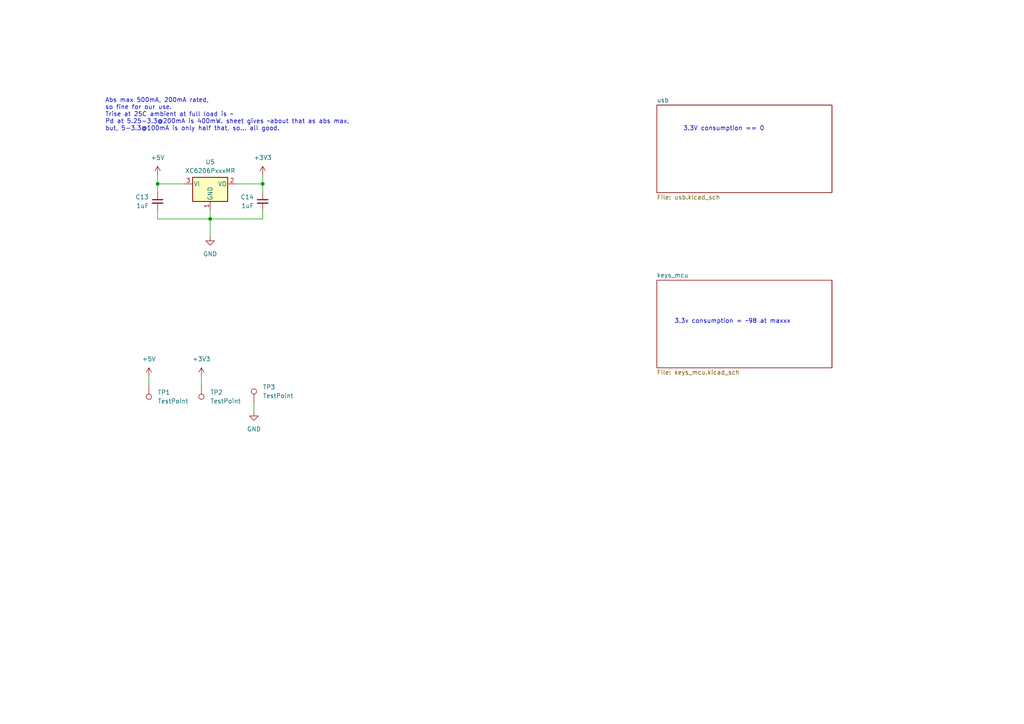
<source format=kicad_sch>
(kicad_sch (version 20230121) (generator eeschema)
  (paper "A4")
  (lib_symbols
    (symbol "Connector:TestPoint" (pin_numbers hide) (pin_names (offset 0.762) hide)
      (property "Reference" "TP" (at 0 6.858 0))
      (property "Value" "TestPoint" (at 0 5.08 0))
      (symbol "TestPoint_0_1"
        (circle (center 0 3.302) (radius 0.762))
      )
      (symbol "TestPoint_1_1"
        (pin passive line (at 0 0 90) (length 2.54) (name "1") (number "1"))
      )
    )
    (symbol "Device:C_Small" (pin_numbers hide) (pin_names (offset 0.254) hide)
      (property "Reference" "C" (at 0.254 1.778 0))
      (property "Value" "C_Small" (at 0.254 -2.032 0))
      (symbol "C_Small_0_1"
        (polyline (pts (xy -1.524 -0.508) (xy 1.524 -0.508)) (stroke (width 0.3302)))
        (polyline (pts (xy -1.524 0.508) (xy 1.524 0.508)) (stroke (width 0.3048)))
      )
      (symbol "C_Small_1_1"
        (pin passive line (at 0 2.54 270) (length 2.032) (name "~") (number "1"))
        (pin passive line (at 0 -2.54 90) (length 2.032) (name "~") (number "2"))
      )
    )
    (symbol "Regulator_Linear:XC6206PxxxMR" (pin_names (offset 0.254))
      (property "Reference" "U" (at -3.81 3.175 0))
      (property "Value" "XC6206PxxxMR" (at 0 3.175 0))
      (symbol "XC6206PxxxMR_0_1"
        (rectangle (start -5.08 1.905) (end 5.08 -5.08) (stroke (width 0.254)) (fill (type background)))
      )
      (symbol "XC6206PxxxMR_1_1"
        (pin power_in line (at 0 -7.62 90) (length 2.54) (name "GND") (number "1"))
        (pin power_out line (at 7.62 0 180) (length 2.54) (name "VO") (number "2"))
        (pin power_in line (at -7.62 0 0) (length 2.54) (name "VI") (number "3"))
      )
    )
    (symbol "power:+3V3" (power) (pin_names (offset 0))
      (property "Value" "+3V3" (at 0 3.556 0))
      (symbol "+3V3_0_1"
        (polyline (pts (xy -0.762 1.27) (xy 0 2.54)))
        (polyline (pts (xy 0 0) (xy 0 2.54)))
        (polyline (pts (xy 0 2.54) (xy 0.762 1.27)))
      )
      (symbol "+3V3_1_1"
        (pin power_in line (at 0 0 90) (length 0) hide (name "+3V3") (number "1"))
      )
    )
    (symbol "power:+5V" (power) (pin_names (offset 0))
      (property "Value" "+5V" (at 0 3.556 0))
      (symbol "+5V_0_1"
        (polyline (pts (xy -0.762 1.27) (xy 0 2.54)))
        (polyline (pts (xy 0 0) (xy 0 2.54)))
        (polyline (pts (xy 0 2.54) (xy 0.762 1.27)))
      )
      (symbol "+5V_1_1"
        (pin power_in line (at 0 0 90) (length 0) hide (name "+5V") (number "1"))
      )
    )
    (symbol "power:GND" (power) (pin_names (offset 0))
      (property "Value" "GND" (at 0 -3.81 0))
      (symbol "GND_0_1"
        (polyline (pts (xy 0 0) (xy 0 -1.27) (xy 1.27 -1.27) (xy 0 -2.54) (xy -1.27 -1.27) (xy 0 -1.27)))
      )
      (symbol "GND_1_1"
        (pin power_in line (at 0 0 270) (length 0) hide (name "GND") (number "1"))
      )
    )
  )
  (junction (at 60.96 63.5))
  (junction (at 45.72 53.34))
  (junction (at 76.2 53.34))
  (wire (pts (xy 76.2 60.96) (xy 76.2 63.5)))
  (wire (pts (xy 76.2 53.34) (xy 76.2 55.88)))
  (wire (pts (xy 45.72 60.96) (xy 45.72 63.5)))
  (wire (pts (xy 45.72 53.34) (xy 45.72 55.88)))
  (wire (pts (xy 58.42 109.22) (xy 58.42 111.76)))
  (wire (pts (xy 76.2 50.8) (xy 76.2 53.34)))
  (wire (pts (xy 60.96 60.96) (xy 60.96 63.5)))
  (wire (pts (xy 45.72 53.34) (xy 53.34 53.34)))
  (wire (pts (xy 45.72 50.8) (xy 45.72 53.34)))
  (wire (pts (xy 68.58 53.34) (xy 76.2 53.34)))
  (wire (pts (xy 45.72 63.5) (xy 60.96 63.5)))
  (wire (pts (xy 60.96 63.5) (xy 60.96 68.58)))
  (wire (pts (xy 76.2 63.5) (xy 60.96 63.5)))
  (wire (pts (xy 43.18 109.22) (xy 43.18 111.76)))
  (wire (pts (xy 73.66 116.84) (xy 73.66 119.38)))
  (text "Abs max 500mA, 200mA rated,\nso fine for our use.\nTrise at 25C ambient at full load is ~\nPd at 5.25-3.3@200mA is 400mW. sheet gives ~about that as abs max,\nbut, 5-3.3@100mA is only half that, so... all good." (at 30.48 38.1 0) (effects (font (size 1.27 1.27)) (justify left bottom)))
  (text "3.3V consumption == 0" (at 198.12 38.1 0) (effects (font (size 1.27 1.27)) (justify left bottom)))
  (text "3.3v consumption = ~98 at maxxx" (at 195.58 93.98 0) (effects (font (size 1.27 1.27)) (justify left bottom)))
  (symbol (lib_id "power:+5V") (at 43.18 109.22 0) (unit 1)
    (property "Reference" "#PWR041" (effects hide))
    (property "Value" "+5V" (at 43.18 104.14 0))
  )
  (symbol (lib_id "power:+5V") (at 45.72 50.8 0) (unit 1)
    (property "Reference" "#PWR029" (effects hide))
    (property "Value" "+5V" (at 45.72 45.72 0))
  )
  (symbol (lib_id "Connector:TestPoint") (at 58.42 111.76 180) (unit 1)
    (property "Reference" "TP2" (at 60.96 113.792 0) (effects (justify right)))
    (property "Value" "TestPoint" (at 60.96 116.332 0) (effects (justify right)))
    (property "Footprint" "TestPoint:TestPoint_THTPad_D1.5mm_Drill0.7mm" (effects hide))
  )
  (symbol (lib_id "Connector:TestPoint") (at 43.18 111.76 180) (unit 1)
    (property "Reference" "TP1" (at 45.72 113.792 0) (effects (justify right)))
    (property "Value" "TestPoint" (at 45.72 116.332 0) (effects (justify right)))
    (property "Footprint" "TestPoint:TestPoint_THTPad_D1.5mm_Drill0.7mm" (effects hide))
  )
  (symbol (lib_id "power:GND") (at 60.96 68.58 0) (unit 1)
    (property "Reference" "#PWR039" (effects hide))
    (property "Value" "GND" (at 60.96 73.66 0))
  )
  (symbol (lib_id "Regulator_Linear:XC6206PxxxMR") (at 60.96 53.34 0) (unit 1)
    (property "Reference" "U5" (at 60.96 46.99 0))
    (property "Value" "XC6206PxxxMR" (at 60.96 49.53 0))
    (property "Footprint" "Package_TO_SOT_SMD:SOT-23-3" (effects hide))
    (property "Datasheet" "https://www.torexsemi.com/file/xc6206/XC6206.pdf" (effects hide))
    (property "MPN" "XC6206P332MR" (effects hide))
    (property "lcsc#" "C5446" (effects hide))
  )
  (symbol (lib_id "power:GND") (at 73.66 119.38 0) (unit 1)
    (property "Reference" "#PWR043" (effects hide))
    (property "Value" "GND" (at 73.66 124.46 0))
  )
  (symbol (lib_id "Device:C_Small") (at 76.2 58.42 0) (unit 1)
    (property "Reference" "C14" (at 73.66 57.1563 0) (effects (justify right)))
    (property "Value" "1uF" (at 73.66 59.6963 0) (effects (justify right)))
    (property "Footprint" "Capacitor_SMD:C_0603_1608Metric" (effects hide))
    (property "MPN" "CL10A105KB8NNNC" (effects hide))
    (property "jlc-basic" "1" (effects hide))
    (property "lcsc#" "C15849" (effects hide))
  )
  (symbol (lib_id "power:+3V3") (at 58.42 109.22 0) (unit 1)
    (property "Reference" "#PWR042" (effects hide))
    (property "Value" "+3V3" (at 58.42 104.14 0))
  )
  (symbol (lib_id "Device:C_Small") (at 45.72 58.42 0) (unit 1)
    (property "Reference" "C13" (at 43.18 57.1563 0) (effects (justify right)))
    (property "Value" "1uF" (at 43.18 59.6963 0) (effects (justify right)))
    (property "Footprint" "Capacitor_SMD:C_0603_1608Metric" (effects hide))
    (property "MPN" "CL10A105KB8NNNC" (effects hide))
    (property "jlc-basic" "1" (effects hide))
    (property "lcsc#" "C15849" (effects hide))
  )
  (symbol (lib_id "power:+3V3") (at 76.2 50.8 0) (unit 1)
    (property "Reference" "#PWR038" (effects hide))
    (property "Value" "+3V3" (at 76.2 45.72 0))
  )
  (symbol (lib_id "Connector:TestPoint") (at 73.66 116.84 0) (unit 1)
    (property "Reference" "TP3" (at 76.2 112.268 0) (effects (justify left)))
    (property "Value" "TestPoint" (at 76.2 114.808 0) (effects (justify left)))
    (property "Footprint" "TestPoint:TestPoint_THTPad_D1.5mm_Drill0.7mm" (effects hide))
  )
  (sheet (at 190.5 81.28) (size 50.8 25.4) (stroke (width 0.1524))
    (property "Sheetname" "keys_mcu" (at 190.5 80.5684 0) (effects (justify left bottom)))
    (property "Sheetfile" "keys_mcu.kicad_sch" (at 190.5 107.2646 0) (effects (justify left top)))
  )
  (sheet (at 190.5 30.48) (size 50.8 25.4) (stroke (width 0.1524))
    (property "Sheetname" "usb" (at 190.5 29.7684 0) (effects (justify left bottom)))
    (property "Sheetfile" "usb.kicad_sch" (at 190.5 56.4646 0) (effects (justify left top)))
  )
)
</source>
